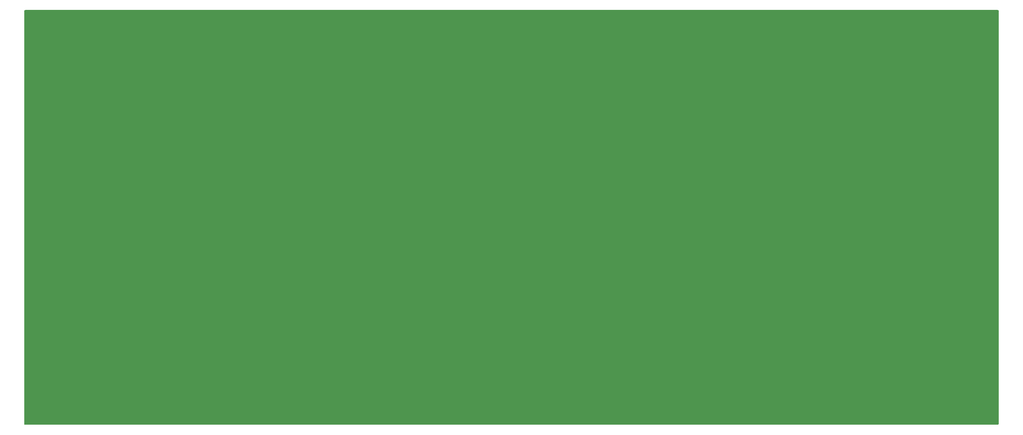
<source format=gbr>
%TF.GenerationSoftware,KiCad,Pcbnew,(6.0.9)*%
%TF.CreationDate,2023-02-20T09:51:29-08:00*%
%TF.ProjectId,RF_control_board_v2,52465f63-6f6e-4747-926f-6c5f626f6172,rev?*%
%TF.SameCoordinates,Original*%
%TF.FileFunction,Profile,NP*%
%FSLAX46Y46*%
G04 Gerber Fmt 4.6, Leading zero omitted, Abs format (unit mm)*
G04 Created by KiCad (PCBNEW (6.0.9)) date 2023-02-20 09:51:29*
%MOMM*%
%LPD*%
G01*
G04 APERTURE LIST*
G04 APERTURE END LIST*
G36*
X215842121Y-69235002D02*
G01*
X215888614Y-69288658D01*
X215900000Y-69341000D01*
X215900000Y-147194000D01*
X215879998Y-147262121D01*
X215826342Y-147308614D01*
X215774000Y-147320000D01*
X32511000Y-147320000D01*
X32442879Y-147299998D01*
X32396386Y-147246342D01*
X32385000Y-147194000D01*
X32385000Y-69341000D01*
X32405002Y-69272879D01*
X32458658Y-69226386D01*
X32511000Y-69215000D01*
X215774000Y-69215000D01*
X215842121Y-69235002D01*
G37*
M02*

</source>
